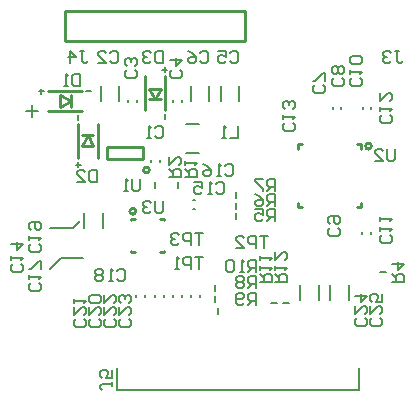
<source format=gbo>
G04 Layer_Color=52428*
%FSLAX25Y25*%
%MOIN*%
G70*
G01*
G75*
%ADD16C,0.00500*%
%ADD18C,0.01000*%
%ADD48C,0.00787*%
%ADD49C,0.00800*%
%ADD80C,0.00984*%
%ADD81C,0.00600*%
D16*
X137087Y219150D02*
X138661D01*
X121339D02*
X122913D01*
X122126Y218362D02*
Y219937D01*
X163150Y209839D02*
Y211413D01*
Y225587D02*
Y227161D01*
X162362Y226374D02*
X163937D01*
X134350Y209681D02*
Y211256D01*
Y193933D02*
Y195508D01*
X133563Y194720D02*
X135138D01*
D18*
X143898Y200468D02*
X156102D01*
X143898Y196531D02*
X156102D01*
X143898D02*
Y200468D01*
X156102Y196531D02*
Y200468D01*
X131968Y214032D02*
Y217969D01*
X124291Y212653D02*
X135709D01*
X124291Y219346D02*
X135709D01*
X128425Y214032D02*
Y217969D01*
Y214032D02*
X131968Y216000D01*
X128425Y217969D02*
X131968Y216000D01*
X228559Y200063D02*
Y201433D01*
X227189D02*
X228559D01*
X207693D02*
X209063D01*
X207693Y200063D02*
Y201433D01*
Y180567D02*
Y181937D01*
Y180567D02*
X209063D01*
X228559D02*
Y181937D01*
X227189Y180567D02*
X228559D01*
X151988Y176591D02*
X153358D01*
X151988Y176205D02*
Y176591D01*
Y165567D02*
Y165953D01*
Y165567D02*
X153358D01*
X161642D02*
X163012D01*
Y165953D01*
X161642Y176591D02*
X163012D01*
Y176205D02*
Y176591D01*
X130000Y246000D02*
X190000D01*
Y236000D02*
Y246000D01*
X130000Y236000D02*
X190000D01*
X130000D02*
Y246000D01*
X158031Y216531D02*
X161969D01*
X156653Y212791D02*
Y224209D01*
X163347Y212791D02*
Y224209D01*
X158031Y220075D02*
X161969D01*
X158031D02*
X160000Y216531D01*
X161969Y220075D01*
X135531Y204563D02*
X139469D01*
X140847Y196886D02*
Y208303D01*
X134153Y196886D02*
Y208303D01*
X135531Y201020D02*
X139469D01*
X137500Y204563D02*
X139469Y201020D01*
X135531D02*
X137500Y204563D01*
D48*
X180130Y149000D02*
Y151000D01*
X170335Y208303D02*
X174665D01*
X170335Y198697D02*
X174665D01*
X208449Y149441D02*
Y154559D01*
X214551Y149441D02*
Y154559D01*
X160024Y150606D02*
Y151394D01*
X162976Y150606D02*
Y151394D01*
X235000Y159000D02*
X237000D01*
X160130Y187000D02*
Y189000D01*
X167630Y187000D02*
Y189000D01*
X187000Y183500D02*
Y185500D01*
Y180000D02*
Y182000D01*
Y176500D02*
Y178500D01*
X202500Y148500D02*
X204500D01*
X198500D02*
X200500D01*
X180130Y152500D02*
Y154500D01*
X181130Y145000D02*
Y147000D01*
X171949Y215941D02*
Y221059D01*
X178051Y215941D02*
Y221059D01*
X181949Y215941D02*
Y221059D01*
X188051Y215941D02*
Y221059D01*
X168976Y215606D02*
Y216394D01*
X166024Y215606D02*
Y216394D01*
X153976Y215606D02*
Y216394D01*
X151024Y215606D02*
Y216394D01*
X141949Y215941D02*
Y221059D01*
X148051Y215941D02*
Y221059D01*
X161476Y195606D02*
Y196394D01*
X158524Y195606D02*
Y196394D01*
X172606Y180024D02*
X173394D01*
X172606Y182976D02*
X173394D01*
X136449Y173441D02*
Y178559D01*
X142551Y173441D02*
Y178559D01*
X232102Y213106D02*
Y213894D01*
X229150Y213106D02*
Y213894D01*
X229024Y171606D02*
Y172394D01*
X231976Y171606D02*
Y172394D01*
X222102Y213106D02*
Y213894D01*
X219150Y213106D02*
Y213894D01*
X218449Y149441D02*
Y154559D01*
X224551Y149441D02*
Y154559D01*
X174976Y150606D02*
Y151394D01*
X172024Y150606D02*
Y151394D01*
X168976Y150606D02*
Y151394D01*
X166024Y150606D02*
Y151394D01*
X153524Y150606D02*
Y151394D01*
X156476Y150606D02*
Y151394D01*
D49*
X128500Y163500D02*
X136000D01*
X125000Y160000D02*
X128500Y163500D01*
X132500Y173500D02*
X135000Y176000D01*
X125000Y173500D02*
X132500D01*
X119000Y210500D02*
Y214500D01*
X117000Y212500D02*
X121000D01*
X176000Y171999D02*
X173334D01*
X174667D01*
Y168000D01*
X172001D02*
Y171999D01*
X170002D01*
X169335Y171332D01*
Y169999D01*
X170002Y169333D01*
X172001D01*
X168003Y171332D02*
X167336Y171999D01*
X166003D01*
X165337Y171332D01*
Y170666D01*
X166003Y169999D01*
X166670D01*
X166003D01*
X165337Y169333D01*
Y168667D01*
X166003Y168000D01*
X167336D01*
X168003Y168667D01*
X239834Y232499D02*
X241167D01*
X240501D01*
Y229166D01*
X241167Y228500D01*
X241834D01*
X242500Y229166D01*
X238501Y231832D02*
X237835Y232499D01*
X236502D01*
X235836Y231832D01*
Y231166D01*
X236502Y230499D01*
X237168D01*
X236502D01*
X235836Y229833D01*
Y229166D01*
X236502Y228500D01*
X237835D01*
X238501Y229166D01*
X155000Y189999D02*
Y186667D01*
X154333Y186000D01*
X153001D01*
X152334Y186667D01*
Y189999D01*
X151001Y186000D02*
X149668D01*
X150335D01*
Y189999D01*
X151001Y189332D01*
X135000Y224999D02*
Y221000D01*
X133001D01*
X132334Y221666D01*
Y224332D01*
X133001Y224999D01*
X135000D01*
X131001Y221000D02*
X129668D01*
X130335D01*
Y224999D01*
X131001Y224332D01*
X145499Y122166D02*
Y120833D01*
Y121499D01*
X142166D01*
X141500Y120833D01*
Y120167D01*
X142166Y119500D01*
X145499Y126164D02*
Y123499D01*
X143499D01*
X144166Y124832D01*
Y125498D01*
X143499Y126164D01*
X142166D01*
X141500Y125498D01*
Y124165D01*
X142166Y123499D01*
X193500Y153500D02*
Y157499D01*
X191501D01*
X190834Y156832D01*
Y155499D01*
X191501Y154833D01*
X193500D01*
X192167D02*
X190834Y153500D01*
X189501Y156832D02*
X188835Y157499D01*
X187502D01*
X186836Y156832D01*
Y156166D01*
X187502Y155499D01*
X186836Y154833D01*
Y154166D01*
X187502Y153500D01*
X188835D01*
X189501Y154166D01*
Y154833D01*
X188835Y155499D01*
X189501Y156166D01*
Y156832D01*
X188835Y155499D02*
X187502D01*
X240000Y199999D02*
Y196667D01*
X239334Y196000D01*
X238001D01*
X237334Y196667D01*
Y199999D01*
X233335Y196000D02*
X236001D01*
X233335Y198666D01*
Y199332D01*
X234002Y199999D01*
X235335D01*
X236001Y199332D01*
X162500Y182499D02*
Y179166D01*
X161834Y178500D01*
X160501D01*
X159834Y179166D01*
Y182499D01*
X158501Y181832D02*
X157835Y182499D01*
X156502D01*
X155835Y181832D01*
Y181166D01*
X156502Y180499D01*
X157168D01*
X156502D01*
X155835Y179833D01*
Y179166D01*
X156502Y178500D01*
X157835D01*
X158501Y179166D01*
X187500Y207499D02*
Y203500D01*
X184834D01*
X183501D02*
X182168D01*
X182835D01*
Y207499D01*
X183501Y206832D01*
X134834Y232499D02*
X136167D01*
X135501D01*
Y229166D01*
X136167Y228500D01*
X136834D01*
X137500Y229166D01*
X131502Y228500D02*
Y232499D01*
X133501Y230499D01*
X130835D01*
X229832Y143666D02*
X230499Y142999D01*
Y141666D01*
X229832Y141000D01*
X227166D01*
X226500Y141666D01*
Y142999D01*
X227166Y143666D01*
X226500Y147664D02*
Y144999D01*
X229166Y147664D01*
X229832D01*
X230499Y146998D01*
Y145665D01*
X229832Y144999D01*
X226500Y150997D02*
X230499D01*
X228499Y148997D01*
Y151663D01*
X141332Y143166D02*
X141999Y142499D01*
Y141166D01*
X141332Y140500D01*
X138666D01*
X138000Y141166D01*
Y142499D01*
X138666Y143166D01*
X138000Y147164D02*
Y144499D01*
X140666Y147164D01*
X141332D01*
X141999Y146498D01*
Y145165D01*
X141332Y144499D01*
Y148497D02*
X141999Y149164D01*
Y150497D01*
X141332Y151163D01*
X138666D01*
X138000Y150497D01*
Y149164D01*
X138666Y148497D01*
X141332D01*
X215832Y221166D02*
X216499Y220499D01*
Y219166D01*
X215832Y218500D01*
X213166D01*
X212500Y219166D01*
Y220499D01*
X213166Y221166D01*
X216499Y222499D02*
Y225165D01*
X215832D01*
X213166Y222499D01*
X212500D01*
X239000Y155500D02*
X242999D01*
Y157499D01*
X242332Y158166D01*
X240999D01*
X240333Y157499D01*
Y155500D01*
Y156833D02*
X239000Y158166D01*
Y161498D02*
X242999D01*
X240999Y159499D01*
Y162164D01*
X164500Y190500D02*
X168499D01*
Y192499D01*
X167832Y193166D01*
X166499D01*
X165833Y192499D01*
Y190500D01*
Y191833D02*
X164500Y193166D01*
Y197164D02*
Y194499D01*
X167166Y197164D01*
X167832D01*
X168499Y196498D01*
Y195165D01*
X167832Y194499D01*
X170000Y190500D02*
X173999D01*
Y192499D01*
X173332Y193166D01*
X171999D01*
X171333Y192499D01*
Y190500D01*
Y191833D02*
X170000Y193166D01*
Y194499D02*
Y195832D01*
Y195165D01*
X173999D01*
X173332Y194499D01*
X200000Y186000D02*
Y189999D01*
X198001D01*
X197334Y189332D01*
Y187999D01*
X198001Y187333D01*
X200000D01*
X198667D02*
X197334Y186000D01*
X196001Y189999D02*
X193335D01*
Y189332D01*
X196001Y186667D01*
Y186000D01*
X200000Y181000D02*
Y184999D01*
X198001D01*
X197334Y184332D01*
Y182999D01*
X198001Y182333D01*
X200000D01*
X198667D02*
X197334Y181000D01*
X193335Y184999D02*
X194668Y184332D01*
X196001Y182999D01*
Y181667D01*
X195335Y181000D01*
X194002D01*
X193335Y181667D01*
Y182333D01*
X194002Y182999D01*
X196001D01*
X200000Y176000D02*
Y179999D01*
X198001D01*
X197334Y179332D01*
Y177999D01*
X198001Y177333D01*
X200000D01*
X198667D02*
X197334Y176000D01*
X193335Y179999D02*
X196001D01*
Y177999D01*
X194668Y178666D01*
X194002D01*
X193335Y177999D01*
Y176666D01*
X194002Y176000D01*
X195335D01*
X196001Y176666D01*
X200000Y155500D02*
X203999D01*
Y157499D01*
X203332Y158166D01*
X201999D01*
X201333Y157499D01*
Y155500D01*
Y156833D02*
X200000Y158166D01*
Y159499D02*
Y160832D01*
Y160165D01*
X203999D01*
X203332Y159499D01*
X200000Y165497D02*
Y162831D01*
X202666Y165497D01*
X203332D01*
X203999Y164830D01*
Y163497D01*
X203332Y162831D01*
X195000Y155500D02*
X198999D01*
Y157499D01*
X198332Y158166D01*
X196999D01*
X196333Y157499D01*
Y155500D01*
Y156833D02*
X195000Y158166D01*
Y159499D02*
Y160832D01*
Y160165D01*
X198999D01*
X198332Y159499D01*
X195000Y162831D02*
Y164164D01*
Y163497D01*
X198999D01*
X198332Y162831D01*
X193500Y159000D02*
Y162999D01*
X191501D01*
X190834Y162332D01*
Y160999D01*
X191501Y160333D01*
X193500D01*
X192167D02*
X190834Y159000D01*
X189501D02*
X188168D01*
X188835D01*
Y162999D01*
X189501Y162332D01*
X186169D02*
X185503Y162999D01*
X184170D01*
X183503Y162332D01*
Y159667D01*
X184170Y159000D01*
X185503D01*
X186169Y159667D01*
Y162332D01*
X193500Y148000D02*
Y151999D01*
X191501D01*
X190834Y151332D01*
Y149999D01*
X191501Y149333D01*
X193500D01*
X192167D02*
X190834Y148000D01*
X189501Y148667D02*
X188835Y148000D01*
X187502D01*
X186836Y148667D01*
Y151332D01*
X187502Y151999D01*
X188835D01*
X189501Y151332D01*
Y150666D01*
X188835Y149999D01*
X186836D01*
X162500Y232499D02*
Y228500D01*
X160501D01*
X159834Y229166D01*
Y231832D01*
X160501Y232499D01*
X162500D01*
X158501Y231832D02*
X157835Y232499D01*
X156502D01*
X155835Y231832D01*
Y231166D01*
X156502Y230499D01*
X157168D01*
X156502D01*
X155835Y229833D01*
Y229166D01*
X156502Y228500D01*
X157835D01*
X158501Y229166D01*
X140500Y192999D02*
Y189000D01*
X138501D01*
X137834Y189666D01*
Y192332D01*
X138501Y192999D01*
X140500D01*
X133835Y189000D02*
X136501D01*
X133835Y191666D01*
Y192332D01*
X134502Y192999D01*
X135835D01*
X136501Y192332D01*
X205832Y208666D02*
X206499Y207999D01*
Y206666D01*
X205832Y206000D01*
X203167D01*
X202500Y206666D01*
Y207999D01*
X203167Y208666D01*
X202500Y209999D02*
Y211332D01*
Y210665D01*
X206499D01*
X205832Y209999D01*
Y213331D02*
X206499Y213997D01*
Y215330D01*
X205832Y215997D01*
X205166D01*
X204499Y215330D01*
Y214664D01*
Y215330D01*
X203833Y215997D01*
X203167D01*
X202500Y215330D01*
Y213997D01*
X203167Y213331D01*
X174834Y231832D02*
X175501Y232499D01*
X176833D01*
X177500Y231832D01*
Y229166D01*
X176833Y228500D01*
X175501D01*
X174834Y229166D01*
X170835Y232499D02*
X172168Y231832D01*
X173501Y230499D01*
Y229166D01*
X172835Y228500D01*
X171502D01*
X170835Y229166D01*
Y229833D01*
X171502Y230499D01*
X173501D01*
X184834Y231832D02*
X185501Y232499D01*
X186834D01*
X187500Y231832D01*
Y229166D01*
X186834Y228500D01*
X185501D01*
X184834Y229166D01*
X180835Y232499D02*
X183501D01*
Y230499D01*
X182168Y231166D01*
X181502D01*
X180835Y230499D01*
Y229166D01*
X181502Y228500D01*
X182835D01*
X183501Y229166D01*
X168332Y226166D02*
X168999Y225499D01*
Y224166D01*
X168332Y223500D01*
X165666D01*
X165000Y224166D01*
Y225499D01*
X165666Y226166D01*
X165000Y229498D02*
X168999D01*
X166999Y227499D01*
Y230165D01*
X153332Y226166D02*
X153999Y225499D01*
Y224166D01*
X153332Y223500D01*
X150666D01*
X150000Y224166D01*
Y225499D01*
X150666Y226166D01*
X153332Y227499D02*
X153999Y228165D01*
Y229498D01*
X153332Y230165D01*
X152666D01*
X151999Y229498D01*
Y228832D01*
Y229498D01*
X151333Y230165D01*
X150666D01*
X150000Y229498D01*
Y228165D01*
X150666Y227499D01*
X144834Y231832D02*
X145501Y232499D01*
X146834D01*
X147500Y231832D01*
Y229166D01*
X146834Y228500D01*
X145501D01*
X144834Y229166D01*
X140835Y228500D02*
X143501D01*
X140835Y231166D01*
Y231832D01*
X141502Y232499D01*
X142835D01*
X143501Y231832D01*
X159834Y206832D02*
X160501Y207499D01*
X161834D01*
X162500Y206832D01*
Y204167D01*
X161834Y203500D01*
X160501D01*
X159834Y204167D01*
X158501Y203500D02*
X157168D01*
X157835D01*
Y207499D01*
X158501Y206832D01*
X121332Y168166D02*
X121999Y167499D01*
Y166166D01*
X121332Y165500D01*
X118667D01*
X118000Y166166D01*
Y167499D01*
X118667Y168166D01*
X118000Y169499D02*
Y170832D01*
Y170165D01*
X121999D01*
X121332Y169499D01*
X118667Y172831D02*
X118000Y173497D01*
Y174830D01*
X118667Y175497D01*
X121332D01*
X121999Y174830D01*
Y173497D01*
X121332Y172831D01*
X120666D01*
X119999Y173497D01*
Y175497D01*
X147334Y159332D02*
X148001Y159999D01*
X149334D01*
X150000Y159332D01*
Y156667D01*
X149334Y156000D01*
X148001D01*
X147334Y156667D01*
X146001Y156000D02*
X144668D01*
X145335D01*
Y159999D01*
X146001Y159332D01*
X142669D02*
X142003Y159999D01*
X140670D01*
X140003Y159332D01*
Y158666D01*
X140670Y157999D01*
X140003Y157333D01*
Y156667D01*
X140670Y156000D01*
X142003D01*
X142669Y156667D01*
Y157333D01*
X142003Y157999D01*
X142669Y158666D01*
Y159332D01*
X142003Y157999D02*
X140670D01*
X121332Y155166D02*
X121999Y154499D01*
Y153166D01*
X121332Y152500D01*
X118667D01*
X118000Y153166D01*
Y154499D01*
X118667Y155166D01*
X118000Y156499D02*
Y157832D01*
Y157165D01*
X121999D01*
X121332Y156499D01*
X121999Y159831D02*
Y162497D01*
X121332D01*
X118667Y159831D01*
X118000D01*
X183334Y194332D02*
X184001Y194999D01*
X185334D01*
X186000Y194332D01*
Y191666D01*
X185334Y191000D01*
X184001D01*
X183334Y191666D01*
X182001Y191000D02*
X180668D01*
X181335D01*
Y194999D01*
X182001Y194332D01*
X176003Y194999D02*
X177336Y194332D01*
X178669Y192999D01*
Y191666D01*
X178003Y191000D01*
X176670D01*
X176003Y191666D01*
Y192333D01*
X176670Y192999D01*
X178669D01*
X180334Y188332D02*
X181001Y188999D01*
X182334D01*
X183000Y188332D01*
Y185667D01*
X182334Y185000D01*
X181001D01*
X180334Y185667D01*
X179001Y185000D02*
X177668D01*
X178335D01*
Y188999D01*
X179001Y188332D01*
X173003Y188999D02*
X175669D01*
Y186999D01*
X174336Y187666D01*
X173670D01*
X173003Y186999D01*
Y185667D01*
X173670Y185000D01*
X175003D01*
X175669Y185667D01*
X115332Y161666D02*
X115999Y160999D01*
Y159667D01*
X115332Y159000D01*
X112666D01*
X112000Y159667D01*
Y160999D01*
X112666Y161666D01*
X112000Y162999D02*
Y164332D01*
Y163665D01*
X115999D01*
X115332Y162999D01*
X112000Y168330D02*
X115999D01*
X113999Y166331D01*
Y168997D01*
X238332Y211166D02*
X238999Y210499D01*
Y209166D01*
X238332Y208500D01*
X235666D01*
X235000Y209166D01*
Y210499D01*
X235666Y211166D01*
X235000Y212499D02*
Y213832D01*
Y213165D01*
X238999D01*
X238332Y212499D01*
X235000Y218497D02*
Y215831D01*
X237666Y218497D01*
X238332D01*
X238999Y217830D01*
Y216497D01*
X238332Y215831D01*
Y171166D02*
X238999Y170499D01*
Y169167D01*
X238332Y168500D01*
X235666D01*
X235000Y169167D01*
Y170499D01*
X235666Y171166D01*
X235000Y172499D02*
Y173832D01*
Y173165D01*
X238999D01*
X238332Y172499D01*
X235000Y175831D02*
Y177164D01*
Y176497D01*
X238999D01*
X238332Y175831D01*
X228332Y223666D02*
X228999Y222999D01*
Y221666D01*
X228332Y221000D01*
X225666D01*
X225000Y221666D01*
Y222999D01*
X225666Y223666D01*
X225000Y224999D02*
Y226332D01*
Y225665D01*
X228999D01*
X228332Y224999D01*
Y228331D02*
X228999Y228997D01*
Y230330D01*
X228332Y230997D01*
X225666D01*
X225000Y230330D01*
Y228997D01*
X225666Y228331D01*
X228332D01*
X220832Y173666D02*
X221499Y172999D01*
Y171667D01*
X220832Y171000D01*
X218166D01*
X217500Y171667D01*
Y172999D01*
X218166Y173666D01*
Y174999D02*
X217500Y175665D01*
Y176998D01*
X218166Y177664D01*
X220832D01*
X221499Y176998D01*
Y175665D01*
X220832Y174999D01*
X220166D01*
X219499Y175665D01*
Y177664D01*
X222332Y223666D02*
X222999Y222999D01*
Y221666D01*
X222332Y221000D01*
X219666D01*
X219000Y221666D01*
Y222999D01*
X219666Y223666D01*
X222332Y224999D02*
X222999Y225665D01*
Y226998D01*
X222332Y227664D01*
X221666D01*
X220999Y226998D01*
X220333Y227664D01*
X219666D01*
X219000Y226998D01*
Y225665D01*
X219666Y224999D01*
X220333D01*
X220999Y225665D01*
X221666Y224999D01*
X222332D01*
X220999Y225665D02*
Y226998D01*
X234832Y143666D02*
X235499Y142999D01*
Y141666D01*
X234832Y141000D01*
X232166D01*
X231500Y141666D01*
Y142999D01*
X232166Y143666D01*
X231500Y147664D02*
Y144999D01*
X234166Y147664D01*
X234832D01*
X235499Y146998D01*
Y145665D01*
X234832Y144999D01*
X235499Y151663D02*
Y148997D01*
X233499D01*
X234166Y150330D01*
Y150997D01*
X233499Y151663D01*
X232166D01*
X231500Y150997D01*
Y149664D01*
X232166Y148997D01*
X151332Y143166D02*
X151999Y142499D01*
Y141166D01*
X151332Y140500D01*
X148667D01*
X148000Y141166D01*
Y142499D01*
X148667Y143166D01*
X148000Y147164D02*
Y144499D01*
X150666Y147164D01*
X151332D01*
X151999Y146498D01*
Y145165D01*
X151332Y144499D01*
Y148497D02*
X151999Y149164D01*
Y150497D01*
X151332Y151163D01*
X150666D01*
X149999Y150497D01*
Y149830D01*
Y150497D01*
X149333Y151163D01*
X148667D01*
X148000Y150497D01*
Y149164D01*
X148667Y148497D01*
X146332Y143166D02*
X146999Y142499D01*
Y141166D01*
X146332Y140500D01*
X143667D01*
X143000Y141166D01*
Y142499D01*
X143667Y143166D01*
X143000Y147164D02*
Y144499D01*
X145666Y147164D01*
X146332D01*
X146999Y146498D01*
Y145165D01*
X146332Y144499D01*
X143000Y151163D02*
Y148497D01*
X145666Y151163D01*
X146332D01*
X146999Y150497D01*
Y149164D01*
X146332Y148497D01*
X136332Y143166D02*
X136999Y142499D01*
Y141166D01*
X136332Y140500D01*
X133667D01*
X133000Y141166D01*
Y142499D01*
X133667Y143166D01*
X133000Y147164D02*
Y144499D01*
X135666Y147164D01*
X136332D01*
X136999Y146498D01*
Y145165D01*
X136332Y144499D01*
X133000Y148497D02*
Y149830D01*
Y149164D01*
X136999D01*
X136332Y148497D01*
X176000Y163999D02*
X173334D01*
X174667D01*
Y160000D01*
X172001D02*
Y163999D01*
X170002D01*
X169335Y163332D01*
Y161999D01*
X170002Y161333D01*
X172001D01*
X168003Y160000D02*
X166670D01*
X167336D01*
Y163999D01*
X168003Y163332D01*
X197500Y170999D02*
X194834D01*
X196167D01*
Y167000D01*
X193501D02*
Y170999D01*
X191502D01*
X190835Y170332D01*
Y168999D01*
X191502Y168333D01*
X193501D01*
X186837Y167000D02*
X189503D01*
X186837Y169666D01*
Y170332D01*
X187503Y170999D01*
X188836D01*
X189503Y170332D01*
D80*
X158071Y192890D02*
G03*
X158071Y192890I-984J0D01*
G01*
X232102Y200842D02*
G03*
X232102Y200842I-984J0D01*
G01*
X153563Y179150D02*
G03*
X153563Y179150I-984J0D01*
G01*
D81*
X147146Y119732D02*
Y126819D01*
Y119732D02*
X227854D01*
Y126819D01*
M02*

</source>
